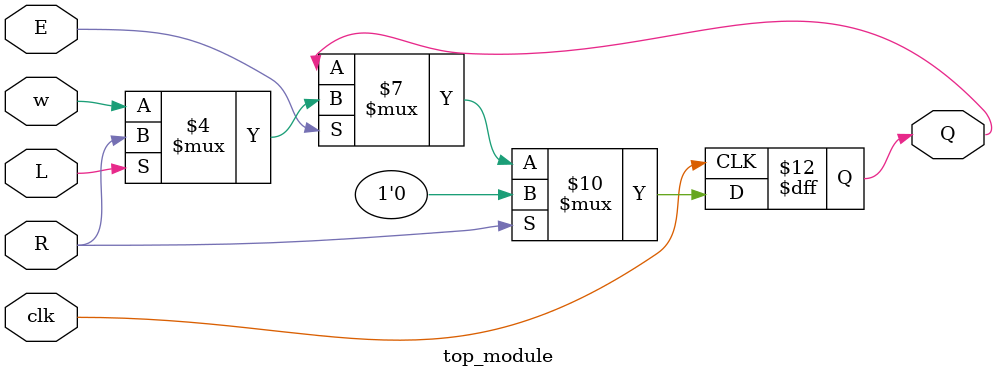
<source format=sv>
module top_module (
    input clk,
    input w,
    input R,
    input E,
    input L,
    output reg Q
);

    always @(posedge clk) begin
        if (R) begin
            Q <= 1'b0;
        end
        else if (!E) begin
            // Hold the current state
        end
        else if (L) begin
            Q <= R;
        end
        else begin
            Q <= w;
        end
    end

endmodule

</source>
